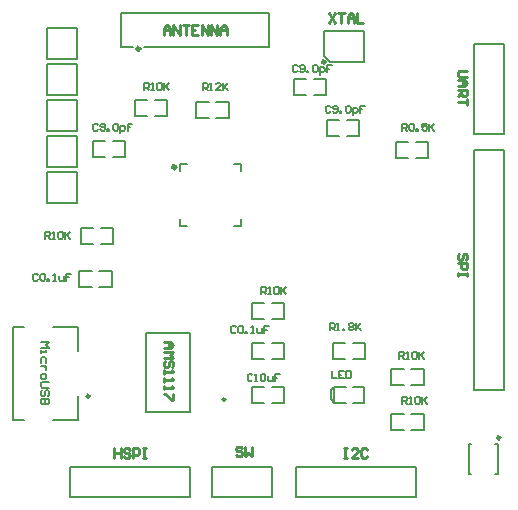
<source format=gto>
G04*
G04 #@! TF.GenerationSoftware,Altium Limited,Altium Designer,18.1.7 (191)*
G04*
G04 Layer_Color=65535*
%FSLAX43Y43*%
%MOMM*%
G71*
G01*
G75*
%ADD10C,0.250*%
%ADD11C,0.350*%
%ADD12C,0.450*%
%ADD13C,0.200*%
%ADD14C,0.152*%
%ADD15C,0.127*%
%ADD16C,0.152*%
%ADD17C,0.254*%
%ADD18C,0.180*%
D10*
X18033Y10654D02*
G03*
X18033Y10654I-125J0D01*
G01*
X6540Y10922D02*
G03*
X6540Y10922I-125J0D01*
G01*
D11*
X10819Y40335D02*
G03*
X10819Y40335I-150J0D01*
G01*
X26467Y39213D02*
G03*
X26467Y39213I-100J0D01*
G01*
X41278Y7413D02*
G03*
X41278Y7413I-100J0D01*
G01*
D12*
X13795Y30319D02*
G03*
X13795Y30319I-100J0D01*
G01*
D13*
X2921Y33401D02*
Y36021D01*
Y33401D02*
X5461D01*
Y36021D01*
X2921D02*
X5461D01*
X2921Y27305D02*
Y29925D01*
Y27305D02*
X5461D01*
Y29925D01*
X2921D02*
X5461D01*
X2921Y30353D02*
Y32973D01*
Y30353D02*
X5461D01*
Y32973D01*
X2921D02*
X5461D01*
X2921Y36449D02*
Y39069D01*
Y36449D02*
X5461D01*
Y39069D01*
X2921D02*
X5461D01*
X2921Y39497D02*
Y42117D01*
Y39497D02*
X5461D01*
Y42117D01*
X2921D02*
X5461D01*
X24003Y2413D02*
Y4953D01*
X34163D01*
X24003Y2413D02*
X34163D01*
Y4953D01*
X21998Y2413D02*
Y4953D01*
X16918Y2413D02*
X21998D01*
X16918D02*
Y4953D01*
X21998D01*
X41656Y33147D02*
Y40767D01*
X39116D02*
X41656D01*
X39116Y33147D02*
Y40767D01*
Y33147D02*
X41656D01*
X39116Y11434D02*
Y31754D01*
Y11434D02*
X41656D01*
Y31754D01*
X39116D02*
X41656D01*
X40878Y4338D02*
X41118D01*
X38628D02*
X38878D01*
X38628Y6838D02*
X38878D01*
X40878D02*
X41128D01*
Y4338D02*
Y6838D01*
X38628Y4338D02*
Y6838D01*
X4853Y2413D02*
Y4953D01*
X15013D01*
X4853Y2413D02*
X15013D01*
Y4953D01*
X2413Y15494D02*
X3113D01*
X2880Y15261D01*
X3113Y15027D01*
X2413D01*
Y14794D02*
Y14561D01*
Y14678D01*
X2880D01*
Y14794D01*
Y13745D02*
Y14094D01*
X2763Y14211D01*
X2530D01*
X2413Y14094D01*
Y13745D01*
X2880Y13511D02*
X2413D01*
X2646D01*
X2763Y13395D01*
X2880Y13278D01*
Y13161D01*
X2413Y12695D02*
Y12462D01*
X2530Y12345D01*
X2763D01*
X2880Y12462D01*
Y12695D01*
X2763Y12812D01*
X2530D01*
X2413Y12695D01*
X3113Y12112D02*
X2530D01*
X2413Y11995D01*
Y11762D01*
X2530Y11645D01*
X3113D01*
X2996Y10945D02*
X3113Y11062D01*
Y11295D01*
X2996Y11412D01*
X2880D01*
X2763Y11295D01*
Y11062D01*
X2646Y10945D01*
X2530D01*
X2413Y11062D01*
Y11295D01*
X2530Y11412D01*
X3113Y10712D02*
X2413D01*
Y10362D01*
X2530Y10246D01*
X2646D01*
X2763Y10362D01*
Y10712D01*
Y10362D01*
X2880Y10246D01*
X2996D01*
X3113Y10362D01*
Y10712D01*
D14*
X11358Y9604D02*
Y16304D01*
Y16301D02*
X15058D01*
Y9601D02*
Y16301D01*
X11358Y9601D02*
X15058D01*
X9244Y43360D02*
X21744D01*
X9244Y40460D02*
X10244D01*
X9244Y40510D02*
Y43310D01*
X11119Y40460D02*
X21744D01*
Y43335D01*
X26367Y39738D02*
X26892Y39213D01*
X26367Y39738D02*
Y41813D01*
X26892Y39213D02*
X29767D01*
X26367Y39738D02*
X26892Y39213D01*
X26367Y41813D02*
X29767D01*
Y39213D02*
Y41813D01*
X18795Y30544D02*
X19395D01*
Y29944D02*
Y30544D01*
Y25344D02*
Y25944D01*
X18795Y25344D02*
X19395D01*
X14195D02*
X14795D01*
X14195D02*
Y25944D01*
Y30544D02*
X14763D01*
X14195Y29944D02*
Y30544D01*
X26949Y10663D02*
X27249Y10363D01*
X26949Y11435D02*
X27249Y11735D01*
X26949Y10663D02*
Y11435D01*
D15*
X3417Y16764D02*
X5575D01*
X67D02*
X1017D01*
X67Y8890D02*
X1017D01*
X5575Y14732D02*
Y16727D01*
Y8927D02*
Y10922D01*
X67Y8927D02*
Y16727D01*
X3417Y8890D02*
X5575D01*
D16*
X28835Y14046D02*
X29896D01*
X28835Y15418D02*
X29896D01*
X27127D02*
X28210D01*
X27127Y14046D02*
X28210D01*
X29896D02*
Y15418D01*
X27127Y14046D02*
Y15418D01*
X27249Y10363D02*
Y11735D01*
X29810Y10363D02*
Y11735D01*
X27249Y10363D02*
X28224D01*
X27249Y11735D02*
X28224D01*
X28824D02*
X29810D01*
X28824Y10363D02*
X29810D01*
X23038D02*
Y11735D01*
X20269Y10363D02*
Y11735D01*
X21955D02*
X23038D01*
X21955Y10363D02*
X23038D01*
X20269D02*
X21330D01*
X20269Y11735D02*
X21330D01*
X23038Y14046D02*
Y15418D01*
X20269Y14046D02*
Y15418D01*
X21955D02*
X23038D01*
X21955Y14046D02*
X23038D01*
X20269D02*
X21330D01*
X20269Y15418D02*
X21330D01*
X32080Y9449D02*
X33141D01*
X32080Y8077D02*
X33141D01*
X33766D02*
X34849D01*
X33766Y9449D02*
X34849D01*
X32080Y8077D02*
Y9449D01*
X34849Y8077D02*
Y9449D01*
X32080Y13259D02*
X33141D01*
X32080Y11887D02*
X33141D01*
X33766D02*
X34849D01*
X33766Y13259D02*
X34849D01*
X32080Y11887D02*
Y13259D01*
X34849Y11887D02*
Y13259D01*
X32461Y32436D02*
X33522D01*
X32461Y31064D02*
X33522D01*
X34147D02*
X35230D01*
X34147Y32436D02*
X35230D01*
X32461Y31064D02*
Y32436D01*
X35230Y31064D02*
Y32436D01*
X20269Y18847D02*
X21330D01*
X20269Y17475D02*
X21330D01*
X21955D02*
X23038D01*
X21955Y18847D02*
X23038D01*
X20269Y17475D02*
Y18847D01*
X23038Y17475D02*
Y18847D01*
X10363Y35992D02*
X11424D01*
X10363Y34620D02*
X11424D01*
X12049D02*
X13132D01*
X12049Y35992D02*
X13132D01*
X10363Y34620D02*
Y35992D01*
X13132Y34620D02*
Y35992D01*
X15570Y35865D02*
X16631D01*
X15570Y34493D02*
X16631D01*
X17256D02*
X18339D01*
X17256Y35865D02*
X18339D01*
X15570Y34493D02*
Y35865D01*
X18339Y34493D02*
Y35865D01*
X5791Y25197D02*
X6852D01*
X5791Y23825D02*
X6852D01*
X7477D02*
X8560D01*
X7477Y25197D02*
X8560D01*
X5791Y23825D02*
Y25197D01*
X8560Y23825D02*
Y25197D01*
X8433Y20142D02*
Y21514D01*
X5664Y20142D02*
Y21514D01*
X7350D02*
X8433D01*
X7350Y20142D02*
X8433D01*
X5664D02*
X6725D01*
X5664Y21514D02*
X6725D01*
X9576Y31191D02*
Y32563D01*
X6807Y31191D02*
Y32563D01*
X8493D02*
X9576D01*
X8493Y31191D02*
X9576D01*
X6807D02*
X7868D01*
X6807Y32563D02*
X7868D01*
X29388Y32969D02*
Y34341D01*
X26619Y32969D02*
Y34341D01*
X28305D02*
X29388D01*
X28305Y32969D02*
X29388D01*
X26619D02*
X27680D01*
X26619Y34341D02*
X27680D01*
X23825Y36398D02*
Y37770D01*
X26594Y36398D02*
Y37770D01*
X23825Y36398D02*
X24908D01*
X23825Y37770D02*
X24908D01*
X25533D02*
X26594D01*
X25533Y36398D02*
X26594D01*
D17*
X26797Y43345D02*
X27330Y42545D01*
Y43345D02*
X26797Y42545D01*
X27597Y43345D02*
X28130D01*
X27863D01*
Y42545D01*
X28396D02*
Y43078D01*
X28663Y43345D01*
X28930Y43078D01*
Y42545D01*
Y42945D01*
X28396D01*
X29196Y43345D02*
Y42545D01*
X29729D01*
X38519Y38481D02*
X37852D01*
X37719Y38348D01*
Y38081D01*
X37852Y37948D01*
X38519D01*
X37719Y37681D02*
X38252D01*
X38519Y37415D01*
X38252Y37148D01*
X37719D01*
X38119D01*
Y37681D01*
X37719Y36882D02*
X38519D01*
Y36482D01*
X38385Y36348D01*
X38119D01*
X37986Y36482D01*
Y36882D01*
Y36615D02*
X37719Y36348D01*
X38519Y36082D02*
Y35549D01*
Y35815D01*
X37719D01*
X38385Y22454D02*
X38519Y22587D01*
Y22854D01*
X38385Y22987D01*
X38252D01*
X38119Y22854D01*
Y22587D01*
X37986Y22454D01*
X37852D01*
X37719Y22587D01*
Y22854D01*
X37852Y22987D01*
X37719Y22187D02*
X38519D01*
Y21787D01*
X38385Y21654D01*
X38119D01*
X37986Y21787D01*
Y22187D01*
X38519Y21388D02*
Y21121D01*
Y21254D01*
X37719D01*
Y21388D01*
Y21121D01*
X19456Y6508D02*
X19323Y6642D01*
X19056D01*
X18923Y6508D01*
Y6375D01*
X19056Y6242D01*
X19323D01*
X19456Y6109D01*
Y5975D01*
X19323Y5842D01*
X19056D01*
X18923Y5975D01*
X19723Y6642D02*
Y5842D01*
X19989Y6109D01*
X20256Y5842D01*
Y6642D01*
X28067Y6515D02*
X28334D01*
X28200D01*
Y5715D01*
X28067D01*
X28334D01*
X29267D02*
X28733D01*
X29267Y6248D01*
Y6381D01*
X29133Y6515D01*
X28867D01*
X28733Y6381D01*
X30066D02*
X29933Y6515D01*
X29666D01*
X29533Y6381D01*
Y5848D01*
X29666Y5715D01*
X29933D01*
X30066Y5848D01*
X8636Y6515D02*
Y5715D01*
Y6115D01*
X9169D01*
Y6515D01*
Y5715D01*
X9969Y6381D02*
X9836Y6515D01*
X9569D01*
X9436Y6381D01*
Y6248D01*
X9569Y6115D01*
X9836D01*
X9969Y5982D01*
Y5848D01*
X9836Y5715D01*
X9569D01*
X9436Y5848D01*
X10235Y5715D02*
Y6515D01*
X10635D01*
X10769Y6381D01*
Y6115D01*
X10635Y5982D01*
X10235D01*
X11035Y6515D02*
X11302D01*
X11169D01*
Y5715D01*
X11035D01*
X11302D01*
X12827Y15494D02*
X13360D01*
X13627Y15227D01*
X13360Y14961D01*
X12827D01*
X13227D01*
Y15494D01*
X12827Y14694D02*
X13627D01*
X13360Y14428D01*
X13627Y14161D01*
X12827D01*
X13493Y13361D02*
X13627Y13495D01*
Y13761D01*
X13493Y13895D01*
X13360D01*
X13227Y13761D01*
Y13495D01*
X13094Y13361D01*
X12960D01*
X12827Y13495D01*
Y13761D01*
X12960Y13895D01*
X12827Y13095D02*
Y12828D01*
Y12961D01*
X13627D01*
X13493Y13095D01*
X12827Y12428D02*
Y12162D01*
Y12295D01*
X13627D01*
X13493Y12428D01*
X12827Y11762D02*
Y11495D01*
Y11629D01*
X13627D01*
X13493Y11762D01*
X13627Y11095D02*
Y10562D01*
X13493D01*
X12960Y11095D01*
X12827D01*
Y41529D02*
Y42062D01*
X13094Y42329D01*
X13360Y42062D01*
Y41529D01*
Y41929D01*
X12827D01*
X13627Y41529D02*
Y42329D01*
X14160Y41529D01*
Y42329D01*
X14426D02*
X14960D01*
X14693D01*
Y41529D01*
X15759Y42329D02*
X15226D01*
Y41529D01*
X15759D01*
X15226Y41929D02*
X15493D01*
X16026Y41529D02*
Y42329D01*
X16559Y41529D01*
Y42329D01*
X16826Y41529D02*
Y42329D01*
X17359Y41529D01*
Y42329D01*
X17625Y41529D02*
Y42062D01*
X17892Y42329D01*
X18159Y42062D01*
Y41529D01*
Y41929D01*
X17625D01*
D18*
X27051Y13046D02*
Y12446D01*
X27451D01*
X28051Y13046D02*
X27651D01*
Y12446D01*
X28051D01*
X27651Y12746D02*
X27851D01*
X28251Y13046D02*
Y12446D01*
X28551D01*
X28650Y12546D01*
Y12946D01*
X28551Y13046D01*
X28251D01*
X33020Y10287D02*
Y10887D01*
X33320D01*
X33420Y10787D01*
Y10587D01*
X33320Y10487D01*
X33020D01*
X33220D02*
X33420Y10287D01*
X33620D02*
X33820D01*
X33720D01*
Y10887D01*
X33620Y10787D01*
X34120D02*
X34220Y10887D01*
X34420D01*
X34520Y10787D01*
Y10387D01*
X34420Y10287D01*
X34220D01*
X34120Y10387D01*
Y10787D01*
X34719Y10887D02*
Y10287D01*
Y10487D01*
X35119Y10887D01*
X34819Y10587D01*
X35119Y10287D01*
X32766Y14097D02*
Y14697D01*
X33066D01*
X33166Y14597D01*
Y14397D01*
X33066Y14297D01*
X32766D01*
X32966D02*
X33166Y14097D01*
X33366D02*
X33566D01*
X33466D01*
Y14697D01*
X33366Y14597D01*
X33866D02*
X33966Y14697D01*
X34166D01*
X34266Y14597D01*
Y14197D01*
X34166Y14097D01*
X33966D01*
X33866Y14197D01*
Y14597D01*
X34465Y14697D02*
Y14097D01*
Y14297D01*
X34865Y14697D01*
X34565Y14397D01*
X34865Y14097D01*
X20335Y12692D02*
X20235Y12792D01*
X20035D01*
X19936Y12692D01*
Y12292D01*
X20035Y12192D01*
X20235D01*
X20335Y12292D01*
X20535Y12192D02*
X20735D01*
X20635D01*
Y12792D01*
X20535Y12692D01*
X21035D02*
X21135Y12792D01*
X21335D01*
X21435Y12692D01*
Y12292D01*
X21335Y12192D01*
X21135D01*
X21035Y12292D01*
Y12692D01*
X21635Y12592D02*
Y12292D01*
X21735Y12192D01*
X22035D01*
Y12592D01*
X22635Y12792D02*
X22235D01*
Y12492D01*
X22435D01*
X22235D01*
Y12192D01*
X18942Y16756D02*
X18842Y16856D01*
X18642D01*
X18542Y16756D01*
Y16356D01*
X18642Y16256D01*
X18842D01*
X18942Y16356D01*
X19142Y16756D02*
X19242Y16856D01*
X19442D01*
X19542Y16756D01*
Y16356D01*
X19442Y16256D01*
X19242D01*
X19142Y16356D01*
Y16756D01*
X19742Y16256D02*
Y16356D01*
X19842D01*
Y16256D01*
X19742D01*
X20241D02*
X20441D01*
X20341D01*
Y16856D01*
X20241Y16756D01*
X20741Y16656D02*
Y16356D01*
X20841Y16256D01*
X21141D01*
Y16656D01*
X21741Y16856D02*
X21341D01*
Y16556D01*
X21541D01*
X21341D01*
Y16256D01*
X26892Y16510D02*
Y17110D01*
X27192D01*
X27292Y17010D01*
Y16810D01*
X27192Y16710D01*
X26892D01*
X27092D02*
X27292Y16510D01*
X27492D02*
X27692D01*
X27592D01*
Y17110D01*
X27492Y17010D01*
X27992Y16510D02*
Y16610D01*
X28092D01*
Y16510D01*
X27992D01*
X28491Y17010D02*
X28591Y17110D01*
X28791D01*
X28891Y17010D01*
Y16910D01*
X28791Y16810D01*
X28891Y16710D01*
Y16610D01*
X28791Y16510D01*
X28591D01*
X28491Y16610D01*
Y16710D01*
X28591Y16810D01*
X28491Y16910D01*
Y17010D01*
X28591Y16810D02*
X28791D01*
X29091Y17110D02*
Y16510D01*
Y16710D01*
X29491Y17110D01*
X29191Y16810D01*
X29491Y16510D01*
X21082Y19558D02*
Y20158D01*
X21382D01*
X21482Y20058D01*
Y19858D01*
X21382Y19758D01*
X21082D01*
X21282D02*
X21482Y19558D01*
X21682D02*
X21882D01*
X21782D01*
Y20158D01*
X21682Y20058D01*
X22182D02*
X22282Y20158D01*
X22482D01*
X22582Y20058D01*
Y19658D01*
X22482Y19558D01*
X22282D01*
X22182Y19658D01*
Y20058D01*
X22781Y20158D02*
Y19558D01*
Y19758D01*
X23181Y20158D01*
X22881Y19858D01*
X23181Y19558D01*
X33020Y33401D02*
Y34001D01*
X33320D01*
X33420Y33901D01*
Y33701D01*
X33320Y33601D01*
X33020D01*
X33220D02*
X33420Y33401D01*
X33620Y33901D02*
X33720Y34001D01*
X33920D01*
X34020Y33901D01*
Y33501D01*
X33920Y33401D01*
X33720D01*
X33620Y33501D01*
Y33901D01*
X34220Y33401D02*
Y33501D01*
X34320D01*
Y33401D01*
X34220D01*
X35119Y34001D02*
X34719D01*
Y33701D01*
X34919Y33801D01*
X35019D01*
X35119Y33701D01*
Y33501D01*
X35019Y33401D01*
X34819D01*
X34719Y33501D01*
X35319Y34001D02*
Y33401D01*
Y33601D01*
X35719Y34001D01*
X35419Y33701D01*
X35719Y33401D01*
X26943Y35425D02*
X26843Y35525D01*
X26643D01*
X26543Y35425D01*
Y35025D01*
X26643Y34925D01*
X26843D01*
X26943Y35025D01*
X27143D02*
X27243Y34925D01*
X27443D01*
X27543Y35025D01*
Y35425D01*
X27443Y35525D01*
X27243D01*
X27143Y35425D01*
Y35325D01*
X27243Y35225D01*
X27543D01*
X27743Y34925D02*
Y35025D01*
X27843D01*
Y34925D01*
X27743D01*
X28242Y35425D02*
X28342Y35525D01*
X28542D01*
X28642Y35425D01*
Y35025D01*
X28542Y34925D01*
X28342D01*
X28242Y35025D01*
Y35425D01*
X28842Y34725D02*
Y35325D01*
X29142D01*
X29242Y35225D01*
Y35025D01*
X29142Y34925D01*
X28842D01*
X29842Y35525D02*
X29442D01*
Y35225D01*
X29642D01*
X29442D01*
Y34925D01*
X24149Y38854D02*
X24049Y38954D01*
X23849D01*
X23749Y38854D01*
Y38454D01*
X23849Y38354D01*
X24049D01*
X24149Y38454D01*
X24349D02*
X24449Y38354D01*
X24649D01*
X24749Y38454D01*
Y38854D01*
X24649Y38954D01*
X24449D01*
X24349Y38854D01*
Y38754D01*
X24449Y38654D01*
X24749D01*
X24949Y38354D02*
Y38454D01*
X25049D01*
Y38354D01*
X24949D01*
X25448Y38854D02*
X25548Y38954D01*
X25748D01*
X25848Y38854D01*
Y38454D01*
X25748Y38354D01*
X25548D01*
X25448Y38454D01*
Y38854D01*
X26048Y38154D02*
Y38754D01*
X26348D01*
X26448Y38654D01*
Y38454D01*
X26348Y38354D01*
X26048D01*
X27048Y38954D02*
X26648D01*
Y38654D01*
X26848D01*
X26648D01*
Y38354D01*
X16129Y36830D02*
Y37430D01*
X16429D01*
X16529Y37330D01*
Y37130D01*
X16429Y37030D01*
X16129D01*
X16329D02*
X16529Y36830D01*
X16729D02*
X16929D01*
X16829D01*
Y37430D01*
X16729Y37330D01*
X17629Y36830D02*
X17229D01*
X17629Y37230D01*
Y37330D01*
X17529Y37430D01*
X17329D01*
X17229Y37330D01*
X17828Y37430D02*
Y36830D01*
Y37030D01*
X18228Y37430D01*
X17928Y37130D01*
X18228Y36830D01*
X11176D02*
Y37430D01*
X11476D01*
X11576Y37330D01*
Y37130D01*
X11476Y37030D01*
X11176D01*
X11376D02*
X11576Y36830D01*
X11776D02*
X11976D01*
X11876D01*
Y37430D01*
X11776Y37330D01*
X12276D02*
X12376Y37430D01*
X12576D01*
X12676Y37330D01*
Y36930D01*
X12576Y36830D01*
X12376D01*
X12276Y36930D01*
Y37330D01*
X12875Y37430D02*
Y36830D01*
Y37030D01*
X13275Y37430D01*
X12975Y37130D01*
X13275Y36830D01*
X2178Y21201D02*
X2078Y21301D01*
X1878D01*
X1778Y21201D01*
Y20801D01*
X1878Y20701D01*
X2078D01*
X2178Y20801D01*
X2378Y21201D02*
X2478Y21301D01*
X2678D01*
X2778Y21201D01*
Y20801D01*
X2678Y20701D01*
X2478D01*
X2378Y20801D01*
Y21201D01*
X2978Y20701D02*
Y20801D01*
X3078D01*
Y20701D01*
X2978D01*
X3477D02*
X3677D01*
X3577D01*
Y21301D01*
X3477Y21201D01*
X3977Y21101D02*
Y20801D01*
X4077Y20701D01*
X4377D01*
Y21101D01*
X4977Y21301D02*
X4577D01*
Y21001D01*
X4777D01*
X4577D01*
Y20701D01*
X2794Y24257D02*
Y24857D01*
X3094D01*
X3194Y24757D01*
Y24557D01*
X3094Y24457D01*
X2794D01*
X2994D02*
X3194Y24257D01*
X3394D02*
X3594D01*
X3494D01*
Y24857D01*
X3394Y24757D01*
X3894D02*
X3994Y24857D01*
X4194D01*
X4294Y24757D01*
Y24357D01*
X4194Y24257D01*
X3994D01*
X3894Y24357D01*
Y24757D01*
X4493Y24857D02*
Y24257D01*
Y24457D01*
X4893Y24857D01*
X4593Y24557D01*
X4893Y24257D01*
X7258Y33901D02*
X7158Y34001D01*
X6958D01*
X6858Y33901D01*
Y33501D01*
X6958Y33401D01*
X7158D01*
X7258Y33501D01*
X7458D02*
X7558Y33401D01*
X7758D01*
X7858Y33501D01*
Y33901D01*
X7758Y34001D01*
X7558D01*
X7458Y33901D01*
Y33801D01*
X7558Y33701D01*
X7858D01*
X8058Y33401D02*
Y33501D01*
X8158D01*
Y33401D01*
X8058D01*
X8557Y33901D02*
X8657Y34001D01*
X8857D01*
X8957Y33901D01*
Y33501D01*
X8857Y33401D01*
X8657D01*
X8557Y33501D01*
Y33901D01*
X9157Y33201D02*
Y33801D01*
X9457D01*
X9557Y33701D01*
Y33501D01*
X9457Y33401D01*
X9157D01*
X10157Y34001D02*
X9757D01*
Y33701D01*
X9957D01*
X9757D01*
Y33401D01*
M02*

</source>
